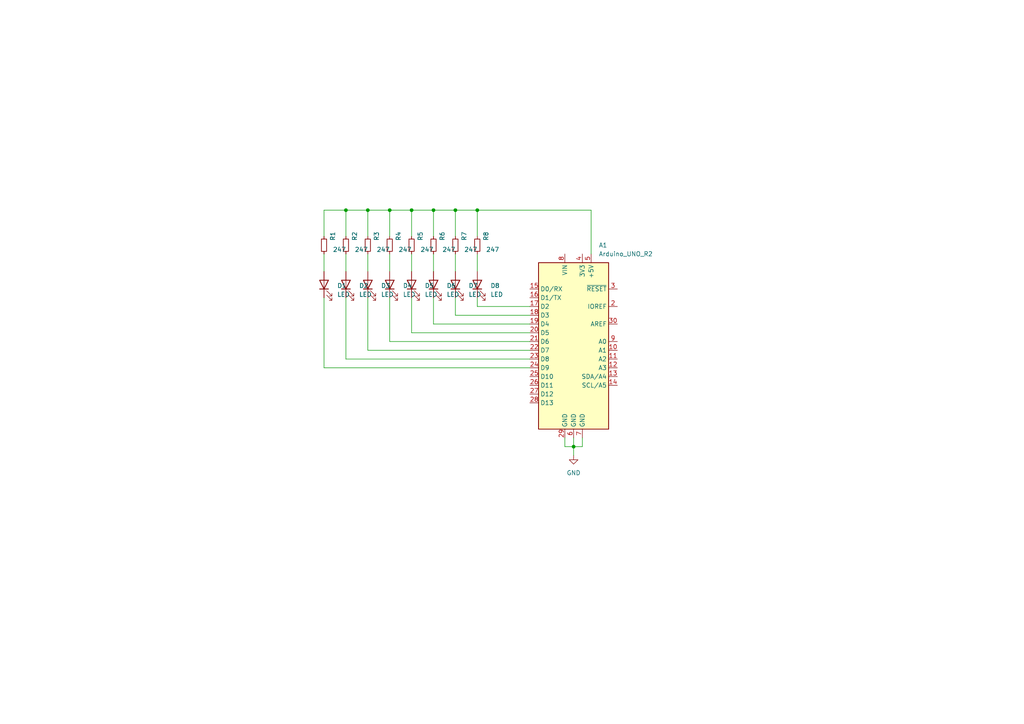
<source format=kicad_sch>
(kicad_sch (version 20230121) (generator eeschema)

  (uuid 6befb3cf-574c-40fd-8391-4253d5c5c033)

  (paper "A4")

  (title_block
    (title "ARDUINO UNO SHIELD")
    (date "2024-01-21")
    (rev "1")
    (company "Nguyen Hong Long - 2151113")
    (comment 1 "HCMC University Of Technology")
  )

  (lib_symbols
    (symbol "Device:LED" (pin_numbers hide) (pin_names (offset 1.016) hide) (in_bom yes) (on_board yes)
      (property "Reference" "D" (at 0 2.54 0)
        (effects (font (size 1.27 1.27)))
      )
      (property "Value" "LED" (at 0 -2.54 0)
        (effects (font (size 1.27 1.27)))
      )
      (property "Footprint" "" (at 0 0 0)
        (effects (font (size 1.27 1.27)) hide)
      )
      (property "Datasheet" "~" (at 0 0 0)
        (effects (font (size 1.27 1.27)) hide)
      )
      (property "ki_keywords" "LED diode" (at 0 0 0)
        (effects (font (size 1.27 1.27)) hide)
      )
      (property "ki_description" "Light emitting diode" (at 0 0 0)
        (effects (font (size 1.27 1.27)) hide)
      )
      (property "ki_fp_filters" "LED* LED_SMD:* LED_THT:*" (at 0 0 0)
        (effects (font (size 1.27 1.27)) hide)
      )
      (symbol "LED_0_1"
        (polyline
          (pts
            (xy -1.27 -1.27)
            (xy -1.27 1.27)
          )
          (stroke (width 0.254) (type default))
          (fill (type none))
        )
        (polyline
          (pts
            (xy -1.27 0)
            (xy 1.27 0)
          )
          (stroke (width 0) (type default))
          (fill (type none))
        )
        (polyline
          (pts
            (xy 1.27 -1.27)
            (xy 1.27 1.27)
            (xy -1.27 0)
            (xy 1.27 -1.27)
          )
          (stroke (width 0.254) (type default))
          (fill (type none))
        )
        (polyline
          (pts
            (xy -3.048 -0.762)
            (xy -4.572 -2.286)
            (xy -3.81 -2.286)
            (xy -4.572 -2.286)
            (xy -4.572 -1.524)
          )
          (stroke (width 0) (type default))
          (fill (type none))
        )
        (polyline
          (pts
            (xy -1.778 -0.762)
            (xy -3.302 -2.286)
            (xy -2.54 -2.286)
            (xy -3.302 -2.286)
            (xy -3.302 -1.524)
          )
          (stroke (width 0) (type default))
          (fill (type none))
        )
      )
      (symbol "LED_1_1"
        (pin passive line (at -3.81 0 0) (length 2.54)
          (name "K" (effects (font (size 1.27 1.27))))
          (number "1" (effects (font (size 1.27 1.27))))
        )
        (pin passive line (at 3.81 0 180) (length 2.54)
          (name "A" (effects (font (size 1.27 1.27))))
          (number "2" (effects (font (size 1.27 1.27))))
        )
      )
    )
    (symbol "Device:R_Small" (pin_numbers hide) (pin_names (offset 0.254) hide) (in_bom yes) (on_board yes)
      (property "Reference" "R" (at 0.762 0.508 0)
        (effects (font (size 1.27 1.27)) (justify left))
      )
      (property "Value" "R_Small" (at 0.762 -1.016 0)
        (effects (font (size 1.27 1.27)) (justify left))
      )
      (property "Footprint" "" (at 0 0 0)
        (effects (font (size 1.27 1.27)) hide)
      )
      (property "Datasheet" "~" (at 0 0 0)
        (effects (font (size 1.27 1.27)) hide)
      )
      (property "ki_keywords" "R resistor" (at 0 0 0)
        (effects (font (size 1.27 1.27)) hide)
      )
      (property "ki_description" "Resistor, small symbol" (at 0 0 0)
        (effects (font (size 1.27 1.27)) hide)
      )
      (property "ki_fp_filters" "R_*" (at 0 0 0)
        (effects (font (size 1.27 1.27)) hide)
      )
      (symbol "R_Small_0_1"
        (rectangle (start -0.762 1.778) (end 0.762 -1.778)
          (stroke (width 0.2032) (type default))
          (fill (type none))
        )
      )
      (symbol "R_Small_1_1"
        (pin passive line (at 0 2.54 270) (length 0.762)
          (name "~" (effects (font (size 1.27 1.27))))
          (number "1" (effects (font (size 1.27 1.27))))
        )
        (pin passive line (at 0 -2.54 90) (length 0.762)
          (name "~" (effects (font (size 1.27 1.27))))
          (number "2" (effects (font (size 1.27 1.27))))
        )
      )
    )
    (symbol "MCU_Module:Arduino_UNO_R2" (in_bom yes) (on_board yes)
      (property "Reference" "A" (at -10.16 23.495 0)
        (effects (font (size 1.27 1.27)) (justify left bottom))
      )
      (property "Value" "Arduino_UNO_R2" (at 5.08 -26.67 0)
        (effects (font (size 1.27 1.27)) (justify left top))
      )
      (property "Footprint" "Module:Arduino_UNO_R2" (at 0 0 0)
        (effects (font (size 1.27 1.27) italic) hide)
      )
      (property "Datasheet" "https://www.arduino.cc/en/Main/arduinoBoardUno" (at 0 0 0)
        (effects (font (size 1.27 1.27)) hide)
      )
      (property "ki_keywords" "Arduino UNO R3 Microcontroller Module Atmel AVR USB" (at 0 0 0)
        (effects (font (size 1.27 1.27)) hide)
      )
      (property "ki_description" "Arduino UNO Microcontroller Module, release 2" (at 0 0 0)
        (effects (font (size 1.27 1.27)) hide)
      )
      (property "ki_fp_filters" "Arduino*UNO*R2*" (at 0 0 0)
        (effects (font (size 1.27 1.27)) hide)
      )
      (symbol "Arduino_UNO_R2_0_1"
        (rectangle (start -10.16 22.86) (end 10.16 -25.4)
          (stroke (width 0.254) (type default))
          (fill (type background))
        )
      )
      (symbol "Arduino_UNO_R2_1_1"
        (pin no_connect line (at -10.16 -20.32 0) (length 2.54) hide
          (name "NC" (effects (font (size 1.27 1.27))))
          (number "1" (effects (font (size 1.27 1.27))))
        )
        (pin bidirectional line (at 12.7 -2.54 180) (length 2.54)
          (name "A1" (effects (font (size 1.27 1.27))))
          (number "10" (effects (font (size 1.27 1.27))))
        )
        (pin bidirectional line (at 12.7 -5.08 180) (length 2.54)
          (name "A2" (effects (font (size 1.27 1.27))))
          (number "11" (effects (font (size 1.27 1.27))))
        )
        (pin bidirectional line (at 12.7 -7.62 180) (length 2.54)
          (name "A3" (effects (font (size 1.27 1.27))))
          (number "12" (effects (font (size 1.27 1.27))))
        )
        (pin bidirectional line (at 12.7 -10.16 180) (length 2.54)
          (name "SDA/A4" (effects (font (size 1.27 1.27))))
          (number "13" (effects (font (size 1.27 1.27))))
        )
        (pin bidirectional line (at 12.7 -12.7 180) (length 2.54)
          (name "SCL/A5" (effects (font (size 1.27 1.27))))
          (number "14" (effects (font (size 1.27 1.27))))
        )
        (pin bidirectional line (at -12.7 15.24 0) (length 2.54)
          (name "D0/RX" (effects (font (size 1.27 1.27))))
          (number "15" (effects (font (size 1.27 1.27))))
        )
        (pin bidirectional line (at -12.7 12.7 0) (length 2.54)
          (name "D1/TX" (effects (font (size 1.27 1.27))))
          (number "16" (effects (font (size 1.27 1.27))))
        )
        (pin bidirectional line (at -12.7 10.16 0) (length 2.54)
          (name "D2" (effects (font (size 1.27 1.27))))
          (number "17" (effects (font (size 1.27 1.27))))
        )
        (pin bidirectional line (at -12.7 7.62 0) (length 2.54)
          (name "D3" (effects (font (size 1.27 1.27))))
          (number "18" (effects (font (size 1.27 1.27))))
        )
        (pin bidirectional line (at -12.7 5.08 0) (length 2.54)
          (name "D4" (effects (font (size 1.27 1.27))))
          (number "19" (effects (font (size 1.27 1.27))))
        )
        (pin output line (at 12.7 10.16 180) (length 2.54)
          (name "IOREF" (effects (font (size 1.27 1.27))))
          (number "2" (effects (font (size 1.27 1.27))))
        )
        (pin bidirectional line (at -12.7 2.54 0) (length 2.54)
          (name "D5" (effects (font (size 1.27 1.27))))
          (number "20" (effects (font (size 1.27 1.27))))
        )
        (pin bidirectional line (at -12.7 0 0) (length 2.54)
          (name "D6" (effects (font (size 1.27 1.27))))
          (number "21" (effects (font (size 1.27 1.27))))
        )
        (pin bidirectional line (at -12.7 -2.54 0) (length 2.54)
          (name "D7" (effects (font (size 1.27 1.27))))
          (number "22" (effects (font (size 1.27 1.27))))
        )
        (pin bidirectional line (at -12.7 -5.08 0) (length 2.54)
          (name "D8" (effects (font (size 1.27 1.27))))
          (number "23" (effects (font (size 1.27 1.27))))
        )
        (pin bidirectional line (at -12.7 -7.62 0) (length 2.54)
          (name "D9" (effects (font (size 1.27 1.27))))
          (number "24" (effects (font (size 1.27 1.27))))
        )
        (pin bidirectional line (at -12.7 -10.16 0) (length 2.54)
          (name "D10" (effects (font (size 1.27 1.27))))
          (number "25" (effects (font (size 1.27 1.27))))
        )
        (pin bidirectional line (at -12.7 -12.7 0) (length 2.54)
          (name "D11" (effects (font (size 1.27 1.27))))
          (number "26" (effects (font (size 1.27 1.27))))
        )
        (pin bidirectional line (at -12.7 -15.24 0) (length 2.54)
          (name "D12" (effects (font (size 1.27 1.27))))
          (number "27" (effects (font (size 1.27 1.27))))
        )
        (pin bidirectional line (at -12.7 -17.78 0) (length 2.54)
          (name "D13" (effects (font (size 1.27 1.27))))
          (number "28" (effects (font (size 1.27 1.27))))
        )
        (pin power_in line (at -2.54 -27.94 90) (length 2.54)
          (name "GND" (effects (font (size 1.27 1.27))))
          (number "29" (effects (font (size 1.27 1.27))))
        )
        (pin input line (at 12.7 15.24 180) (length 2.54)
          (name "~{RESET}" (effects (font (size 1.27 1.27))))
          (number "3" (effects (font (size 1.27 1.27))))
        )
        (pin input line (at 12.7 5.08 180) (length 2.54)
          (name "AREF" (effects (font (size 1.27 1.27))))
          (number "30" (effects (font (size 1.27 1.27))))
        )
        (pin power_out line (at 2.54 25.4 270) (length 2.54)
          (name "3V3" (effects (font (size 1.27 1.27))))
          (number "4" (effects (font (size 1.27 1.27))))
        )
        (pin power_out line (at 5.08 25.4 270) (length 2.54)
          (name "+5V" (effects (font (size 1.27 1.27))))
          (number "5" (effects (font (size 1.27 1.27))))
        )
        (pin power_in line (at 0 -27.94 90) (length 2.54)
          (name "GND" (effects (font (size 1.27 1.27))))
          (number "6" (effects (font (size 1.27 1.27))))
        )
        (pin power_in line (at 2.54 -27.94 90) (length 2.54)
          (name "GND" (effects (font (size 1.27 1.27))))
          (number "7" (effects (font (size 1.27 1.27))))
        )
        (pin power_in line (at -2.54 25.4 270) (length 2.54)
          (name "VIN" (effects (font (size 1.27 1.27))))
          (number "8" (effects (font (size 1.27 1.27))))
        )
        (pin bidirectional line (at 12.7 0 180) (length 2.54)
          (name "A0" (effects (font (size 1.27 1.27))))
          (number "9" (effects (font (size 1.27 1.27))))
        )
      )
    )
    (symbol "power:GND" (power) (pin_names (offset 0)) (in_bom yes) (on_board yes)
      (property "Reference" "#PWR" (at 0 -6.35 0)
        (effects (font (size 1.27 1.27)) hide)
      )
      (property "Value" "GND" (at 0 -3.81 0)
        (effects (font (size 1.27 1.27)))
      )
      (property "Footprint" "" (at 0 0 0)
        (effects (font (size 1.27 1.27)) hide)
      )
      (property "Datasheet" "" (at 0 0 0)
        (effects (font (size 1.27 1.27)) hide)
      )
      (property "ki_keywords" "global power" (at 0 0 0)
        (effects (font (size 1.27 1.27)) hide)
      )
      (property "ki_description" "Power symbol creates a global label with name \"GND\" , ground" (at 0 0 0)
        (effects (font (size 1.27 1.27)) hide)
      )
      (symbol "GND_0_1"
        (polyline
          (pts
            (xy 0 0)
            (xy 0 -1.27)
            (xy 1.27 -1.27)
            (xy 0 -2.54)
            (xy -1.27 -1.27)
            (xy 0 -1.27)
          )
          (stroke (width 0) (type default))
          (fill (type none))
        )
      )
      (symbol "GND_1_1"
        (pin power_in line (at 0 0 270) (length 0) hide
          (name "GND" (effects (font (size 1.27 1.27))))
          (number "1" (effects (font (size 1.27 1.27))))
        )
      )
    )
  )

  (junction (at 113.03 60.96) (diameter 0) (color 0 0 0 0)
    (uuid 01d3f844-9059-4e70-a623-563238847c00)
  )
  (junction (at 125.73 60.96) (diameter 0) (color 0 0 0 0)
    (uuid 07e137c4-0f3e-4750-bffe-1dd915984d03)
  )
  (junction (at 100.33 60.96) (diameter 0) (color 0 0 0 0)
    (uuid 14b5fdfc-a639-4c98-8928-560bc2ee1e57)
  )
  (junction (at 106.68 60.96) (diameter 0) (color 0 0 0 0)
    (uuid 1ced0ada-2f16-46fa-9d83-bffff6df40a4)
  )
  (junction (at 119.38 60.96) (diameter 0) (color 0 0 0 0)
    (uuid 49e49bb1-4ea6-4dee-b478-337500ac7ad5)
  )
  (junction (at 132.08 60.96) (diameter 0) (color 0 0 0 0)
    (uuid 56e97bc5-24e8-415a-8cdb-d7ccced0ddab)
  )
  (junction (at 138.43 60.96) (diameter 0) (color 0 0 0 0)
    (uuid a9980539-cd83-42fb-9d6a-72e1ec59bd0b)
  )
  (junction (at 166.37 129.54) (diameter 0) (color 0 0 0 0)
    (uuid e587c681-e6b3-498a-a434-48871c03f19a)
  )

  (wire (pts (xy 113.03 60.96) (xy 119.38 60.96))
    (stroke (width 0) (type default))
    (uuid 01c9455b-b501-4489-b741-e2644838e546)
  )
  (wire (pts (xy 138.43 88.9) (xy 153.67 88.9))
    (stroke (width 0) (type default))
    (uuid 02de3a22-a1a0-4537-a920-e0ff8463009a)
  )
  (wire (pts (xy 119.38 73.66) (xy 119.38 78.74))
    (stroke (width 0) (type default))
    (uuid 038a2d23-ac60-4e49-ac55-f3ac66d49a86)
  )
  (wire (pts (xy 113.03 73.66) (xy 113.03 78.74))
    (stroke (width 0) (type default))
    (uuid 10892a9f-c495-424c-8620-2021ba39d764)
  )
  (wire (pts (xy 93.98 86.36) (xy 93.98 106.68))
    (stroke (width 0) (type default))
    (uuid 12d6eb9d-788b-45c3-8258-a59cefccc331)
  )
  (wire (pts (xy 93.98 60.96) (xy 100.33 60.96))
    (stroke (width 0) (type default))
    (uuid 1394586a-8aff-4565-9725-a9e32d708f9d)
  )
  (wire (pts (xy 106.68 60.96) (xy 106.68 68.58))
    (stroke (width 0) (type default))
    (uuid 1845bd34-b13b-459c-b63a-4c1d30bbc602)
  )
  (wire (pts (xy 119.38 60.96) (xy 119.38 68.58))
    (stroke (width 0) (type default))
    (uuid 195d2037-780b-4468-9236-e08d4ca8c1d1)
  )
  (wire (pts (xy 100.33 104.14) (xy 153.67 104.14))
    (stroke (width 0) (type default))
    (uuid 19966591-9f8f-4970-9c7b-cd390813a14e)
  )
  (wire (pts (xy 93.98 68.58) (xy 93.98 60.96))
    (stroke (width 0) (type default))
    (uuid 1bbaa023-bece-444b-8c6c-47f8ecb09ad4)
  )
  (wire (pts (xy 125.73 73.66) (xy 125.73 78.74))
    (stroke (width 0) (type default))
    (uuid 1cd27aa9-ffdf-482e-a877-95b71697292e)
  )
  (wire (pts (xy 113.03 60.96) (xy 113.03 68.58))
    (stroke (width 0) (type default))
    (uuid 20bff0f7-a666-4737-af99-5a15468dbf8e)
  )
  (wire (pts (xy 93.98 73.66) (xy 93.98 78.74))
    (stroke (width 0) (type default))
    (uuid 23e7dc30-dac3-4bee-b735-92279bdc6110)
  )
  (wire (pts (xy 132.08 86.36) (xy 132.08 91.44))
    (stroke (width 0) (type default))
    (uuid 24b0cfb3-6991-4ee0-820f-28dfc4ef42b2)
  )
  (wire (pts (xy 93.98 106.68) (xy 153.67 106.68))
    (stroke (width 0) (type default))
    (uuid 27695b8c-2af7-4332-bc32-0d5515f85e27)
  )
  (wire (pts (xy 106.68 101.6) (xy 153.67 101.6))
    (stroke (width 0) (type default))
    (uuid 2cdaf0ee-8471-40f3-a0fa-edf08db441ba)
  )
  (wire (pts (xy 125.73 60.96) (xy 125.73 68.58))
    (stroke (width 0) (type default))
    (uuid 41a2163e-6d6b-4c82-b359-4885729decc3)
  )
  (wire (pts (xy 100.33 86.36) (xy 100.33 104.14))
    (stroke (width 0) (type default))
    (uuid 43895ed0-4dec-4739-8a07-1685a8b70791)
  )
  (wire (pts (xy 132.08 60.96) (xy 138.43 60.96))
    (stroke (width 0) (type default))
    (uuid 43b8ff8f-5956-4a66-8e3d-1bcab2bf40d0)
  )
  (wire (pts (xy 106.68 73.66) (xy 106.68 78.74))
    (stroke (width 0) (type default))
    (uuid 4b16eadd-3a7e-462e-9701-70d2dec855d8)
  )
  (wire (pts (xy 113.03 99.06) (xy 153.67 99.06))
    (stroke (width 0) (type default))
    (uuid 54b2ee60-dd4f-4e7b-ad93-0ceac6118064)
  )
  (wire (pts (xy 132.08 60.96) (xy 132.08 68.58))
    (stroke (width 0) (type default))
    (uuid 5ca91390-2f1a-4c69-a9f9-8afb49fdfcaf)
  )
  (wire (pts (xy 132.08 73.66) (xy 132.08 78.74))
    (stroke (width 0) (type default))
    (uuid 60a211cb-971f-45b2-a1fb-87cee8a3ed6c)
  )
  (wire (pts (xy 106.68 86.36) (xy 106.68 101.6))
    (stroke (width 0) (type default))
    (uuid 6a5158f7-039b-400f-8d48-6bd8b7b2c323)
  )
  (wire (pts (xy 113.03 86.36) (xy 113.03 99.06))
    (stroke (width 0) (type default))
    (uuid 6eaae8a2-d1a4-4a97-8252-b70c911b93fb)
  )
  (wire (pts (xy 125.73 86.36) (xy 125.73 93.98))
    (stroke (width 0) (type default))
    (uuid 7f62c80f-08e7-4944-b211-5e6b7591d0f1)
  )
  (wire (pts (xy 138.43 60.96) (xy 171.45 60.96))
    (stroke (width 0) (type default))
    (uuid 84abe3a2-300d-447b-b2a1-7ab4d4fed85b)
  )
  (wire (pts (xy 132.08 91.44) (xy 153.67 91.44))
    (stroke (width 0) (type default))
    (uuid 88e25eeb-1e60-4bad-9e5c-5778b56c6217)
  )
  (wire (pts (xy 138.43 73.66) (xy 138.43 78.74))
    (stroke (width 0) (type default))
    (uuid 897d7c49-a872-4b75-9c6f-eb1f30b05e4d)
  )
  (wire (pts (xy 171.45 60.96) (xy 171.45 73.66))
    (stroke (width 0) (type default))
    (uuid 98caa43c-92e4-4918-90f2-5fb729926fa0)
  )
  (wire (pts (xy 166.37 127) (xy 166.37 129.54))
    (stroke (width 0) (type default))
    (uuid 9b4205d8-ae84-42d7-af75-5824cdf360e4)
  )
  (wire (pts (xy 138.43 60.96) (xy 138.43 68.58))
    (stroke (width 0) (type default))
    (uuid a2c0ff05-6bd4-4d47-8fb0-b680401ef68d)
  )
  (wire (pts (xy 163.83 127) (xy 163.83 129.54))
    (stroke (width 0) (type default))
    (uuid b07aa85f-c8f9-4583-aa87-bf1c15e72067)
  )
  (wire (pts (xy 166.37 129.54) (xy 166.37 132.08))
    (stroke (width 0) (type default))
    (uuid b1580d02-5e7d-4498-9e18-a4f401c7ac07)
  )
  (wire (pts (xy 168.91 127) (xy 168.91 129.54))
    (stroke (width 0) (type default))
    (uuid bdd88bfc-5b83-4144-967b-666bf3b0028c)
  )
  (wire (pts (xy 163.83 129.54) (xy 166.37 129.54))
    (stroke (width 0) (type default))
    (uuid c9ee6419-33fe-4475-8d55-fc694ae42d64)
  )
  (wire (pts (xy 168.91 129.54) (xy 166.37 129.54))
    (stroke (width 0) (type default))
    (uuid cb987cbb-6665-440e-8eca-c6140300149d)
  )
  (wire (pts (xy 119.38 96.52) (xy 153.67 96.52))
    (stroke (width 0) (type default))
    (uuid d8227278-7ce6-42cd-b2b1-e946c55e66e8)
  )
  (wire (pts (xy 138.43 86.36) (xy 138.43 88.9))
    (stroke (width 0) (type default))
    (uuid d8bdf031-9e33-42c9-8df4-26461b0994b6)
  )
  (wire (pts (xy 100.33 60.96) (xy 106.68 60.96))
    (stroke (width 0) (type default))
    (uuid e2b48644-d80b-4c98-971a-f6b0ed067689)
  )
  (wire (pts (xy 100.33 60.96) (xy 100.33 68.58))
    (stroke (width 0) (type default))
    (uuid e631eccb-c290-4fc8-88c4-9607ad3994f0)
  )
  (wire (pts (xy 119.38 86.36) (xy 119.38 96.52))
    (stroke (width 0) (type default))
    (uuid f04ffd91-1914-431a-a157-8ffa04fda882)
  )
  (wire (pts (xy 125.73 93.98) (xy 153.67 93.98))
    (stroke (width 0) (type default))
    (uuid f222d4eb-4ce3-4806-87d2-233e25681214)
  )
  (wire (pts (xy 125.73 60.96) (xy 132.08 60.96))
    (stroke (width 0) (type default))
    (uuid f51d808f-6dbd-4fac-a68d-29aa2518056e)
  )
  (wire (pts (xy 106.68 60.96) (xy 113.03 60.96))
    (stroke (width 0) (type default))
    (uuid f6421aa8-f441-4a1e-a404-580631811bf3)
  )
  (wire (pts (xy 100.33 73.66) (xy 100.33 78.74))
    (stroke (width 0) (type default))
    (uuid f6ff14ab-29ee-4006-a597-dcfefdb83e1b)
  )
  (wire (pts (xy 119.38 60.96) (xy 125.73 60.96))
    (stroke (width 0) (type default))
    (uuid f88a85c2-a7ca-491e-968f-26e8f4a704d3)
  )

  (symbol (lib_id "Device:R_Small") (at 125.73 71.12 0) (unit 1)
    (in_bom yes) (on_board yes) (dnp no)
    (uuid 0bbead15-f0b5-4cb2-a821-b5504ccb87c8)
    (property "Reference" "R6" (at 128.27 69.85 90)
      (effects (font (size 1.27 1.27)) (justify left))
    )
    (property "Value" "247" (at 128.27 72.39 0)
      (effects (font (size 1.27 1.27)) (justify left))
    )
    (property "Footprint" "Resistor_SMD:R_0603_1608Metric" (at 125.73 71.12 0)
      (effects (font (size 1.27 1.27)) hide)
    )
    (property "Datasheet" "~" (at 125.73 71.12 0)
      (effects (font (size 1.27 1.27)) hide)
    )
    (pin "2" (uuid 6f6ffad2-74dd-4554-b453-585e65429baf))
    (pin "1" (uuid c94884af-97ba-42e6-8ea2-3dd365af102e))
    (instances
      (project "arduino uno shield"
        (path "/6befb3cf-574c-40fd-8391-4253d5c5c033"
          (reference "R6") (unit 1)
        )
      )
    )
  )

  (symbol (lib_id "Device:LED") (at 113.03 82.55 90) (unit 1)
    (in_bom yes) (on_board yes) (dnp no) (fields_autoplaced)
    (uuid 189a5d49-b132-4b62-a915-f8db99c2640d)
    (property "Reference" "D4" (at 116.84 82.8675 90)
      (effects (font (size 1.27 1.27)) (justify right))
    )
    (property "Value" "LED" (at 116.84 85.4075 90)
      (effects (font (size 1.27 1.27)) (justify right))
    )
    (property "Footprint" "LED_SMD:LED_0805_2012Metric" (at 113.03 82.55 0)
      (effects (font (size 1.27 1.27)) hide)
    )
    (property "Datasheet" "~" (at 113.03 82.55 0)
      (effects (font (size 1.27 1.27)) hide)
    )
    (pin "1" (uuid 6da5fa17-883c-4ab2-936e-b377fd74e011))
    (pin "2" (uuid 0cf7a5db-ca71-4873-a29b-028007e4d26f))
    (instances
      (project "arduino uno shield"
        (path "/6befb3cf-574c-40fd-8391-4253d5c5c033"
          (reference "D4") (unit 1)
        )
      )
    )
  )

  (symbol (lib_id "Device:R_Small") (at 119.38 71.12 0) (unit 1)
    (in_bom yes) (on_board yes) (dnp no)
    (uuid 19e5c89f-ff3a-4125-b4fa-7e7dd95e4fd3)
    (property "Reference" "R5" (at 121.92 69.85 90)
      (effects (font (size 1.27 1.27)) (justify left))
    )
    (property "Value" "247" (at 121.92 72.39 0)
      (effects (font (size 1.27 1.27)) (justify left))
    )
    (property "Footprint" "Resistor_SMD:R_0603_1608Metric" (at 119.38 71.12 0)
      (effects (font (size 1.27 1.27)) hide)
    )
    (property "Datasheet" "~" (at 119.38 71.12 0)
      (effects (font (size 1.27 1.27)) hide)
    )
    (pin "2" (uuid 402bb793-5086-4908-b7c4-9ddd487cd820))
    (pin "1" (uuid edc461c4-2d15-4a9e-8676-ceac38378b0b))
    (instances
      (project "arduino uno shield"
        (path "/6befb3cf-574c-40fd-8391-4253d5c5c033"
          (reference "R5") (unit 1)
        )
      )
    )
  )

  (symbol (lib_id "Device:R_Small") (at 132.08 71.12 0) (unit 1)
    (in_bom yes) (on_board yes) (dnp no)
    (uuid 287ae433-5e70-413e-a96d-229e1f144b67)
    (property "Reference" "R7" (at 134.62 69.85 90)
      (effects (font (size 1.27 1.27)) (justify left))
    )
    (property "Value" "247" (at 134.62 72.39 0)
      (effects (font (size 1.27 1.27)) (justify left))
    )
    (property "Footprint" "Resistor_SMD:R_0603_1608Metric" (at 132.08 71.12 0)
      (effects (font (size 1.27 1.27)) hide)
    )
    (property "Datasheet" "~" (at 132.08 71.12 0)
      (effects (font (size 1.27 1.27)) hide)
    )
    (pin "2" (uuid abd1aaba-c35a-4a34-b44a-06c46be9216f))
    (pin "1" (uuid bd17fb10-a470-4b12-b4cd-259022a8a0cf))
    (instances
      (project "arduino uno shield"
        (path "/6befb3cf-574c-40fd-8391-4253d5c5c033"
          (reference "R7") (unit 1)
        )
      )
    )
  )

  (symbol (lib_id "Device:R_Small") (at 106.68 71.12 0) (unit 1)
    (in_bom yes) (on_board yes) (dnp no)
    (uuid 4d36b143-bca2-47e8-a642-ad8ee15f7a09)
    (property "Reference" "R3" (at 109.22 69.85 90)
      (effects (font (size 1.27 1.27)) (justify left))
    )
    (property "Value" "247" (at 109.22 72.39 0)
      (effects (font (size 1.27 1.27)) (justify left))
    )
    (property "Footprint" "Resistor_SMD:R_0603_1608Metric" (at 106.68 71.12 0)
      (effects (font (size 1.27 1.27)) hide)
    )
    (property "Datasheet" "~" (at 106.68 71.12 0)
      (effects (font (size 1.27 1.27)) hide)
    )
    (pin "2" (uuid f421fa69-2bfb-4958-8fb4-6e22012e9964))
    (pin "1" (uuid 029488ca-9941-4108-ac92-6083b1301eb6))
    (instances
      (project "arduino uno shield"
        (path "/6befb3cf-574c-40fd-8391-4253d5c5c033"
          (reference "R3") (unit 1)
        )
      )
    )
  )

  (symbol (lib_id "Device:LED") (at 106.68 82.55 90) (unit 1)
    (in_bom yes) (on_board yes) (dnp no) (fields_autoplaced)
    (uuid 5153f5e5-3a13-450f-aeaa-918cf721605a)
    (property "Reference" "D3" (at 110.49 82.8675 90)
      (effects (font (size 1.27 1.27)) (justify right))
    )
    (property "Value" "LED" (at 110.49 85.4075 90)
      (effects (font (size 1.27 1.27)) (justify right))
    )
    (property "Footprint" "LED_SMD:LED_0805_2012Metric" (at 106.68 82.55 0)
      (effects (font (size 1.27 1.27)) hide)
    )
    (property "Datasheet" "~" (at 106.68 82.55 0)
      (effects (font (size 1.27 1.27)) hide)
    )
    (pin "1" (uuid 3d43753c-7be7-41f6-ba25-5165801341c4))
    (pin "2" (uuid 68a5c655-571a-46f2-a15e-aa79bad621d6))
    (instances
      (project "arduino uno shield"
        (path "/6befb3cf-574c-40fd-8391-4253d5c5c033"
          (reference "D3") (unit 1)
        )
      )
    )
  )

  (symbol (lib_id "Device:R_Small") (at 100.33 71.12 0) (unit 1)
    (in_bom yes) (on_board yes) (dnp no)
    (uuid 69ae72ef-6d91-489f-8b98-0478b92bc716)
    (property "Reference" "R2" (at 102.87 69.85 90)
      (effects (font (size 1.27 1.27)) (justify left))
    )
    (property "Value" "247" (at 102.87 72.39 0)
      (effects (font (size 1.27 1.27)) (justify left))
    )
    (property "Footprint" "Resistor_SMD:R_0603_1608Metric" (at 100.33 71.12 0)
      (effects (font (size 1.27 1.27)) hide)
    )
    (property "Datasheet" "~" (at 100.33 71.12 0)
      (effects (font (size 1.27 1.27)) hide)
    )
    (pin "2" (uuid e668055c-2ab2-40fc-a173-aa82425ca2e0))
    (pin "1" (uuid ec59716c-ecd8-42b3-b35a-cbc2355b3197))
    (instances
      (project "arduino uno shield"
        (path "/6befb3cf-574c-40fd-8391-4253d5c5c033"
          (reference "R2") (unit 1)
        )
      )
    )
  )

  (symbol (lib_id "MCU_Module:Arduino_UNO_R2") (at 166.37 99.06 0) (unit 1)
    (in_bom yes) (on_board yes) (dnp no) (fields_autoplaced)
    (uuid 69b2a0f2-3055-4cf3-b148-3dd57487882c)
    (property "Reference" "A1" (at 173.6441 71.12 0)
      (effects (font (size 1.27 1.27)) (justify left))
    )
    (property "Value" "Arduino_UNO_R2" (at 173.6441 73.66 0)
      (effects (font (size 1.27 1.27)) (justify left))
    )
    (property "Footprint" "Module:Arduino_UNO_R2" (at 166.37 99.06 0)
      (effects (font (size 1.27 1.27) italic) hide)
    )
    (property "Datasheet" "https://www.arduino.cc/en/Main/arduinoBoardUno" (at 166.37 99.06 0)
      (effects (font (size 1.27 1.27)) hide)
    )
    (pin "6" (uuid 358fd869-a558-4b78-9a44-056d2b0bd20e))
    (pin "8" (uuid c1626816-e67c-4e25-b35b-bf38ae22ce2d))
    (pin "20" (uuid 0a1cb9ce-0b88-42df-91be-dea7992323ec))
    (pin "22" (uuid e4cc305a-f6bd-4a0a-8a37-7bb0ee72cc3e))
    (pin "14" (uuid e13bc7d2-b8f0-46e2-abde-7348dcd4ab27))
    (pin "21" (uuid 364bf784-4e2b-4c96-be6b-c1e21ff282ba))
    (pin "28" (uuid 605c7f98-9af5-4c9a-a62f-27b6949f259f))
    (pin "3" (uuid 735c5cc5-1028-4777-be12-9baf0b36cf09))
    (pin "9" (uuid 9dafd374-0005-481e-a90c-c7847d008dde))
    (pin "17" (uuid d8ca94d3-32cc-4abe-b8b9-1194c39782d5))
    (pin "7" (uuid 65a30b30-9a71-4284-941e-6c50b8456f24))
    (pin "1" (uuid b826013c-ca26-44f9-8f4e-4e7a9bfb509b))
    (pin "27" (uuid 772b5628-ce0e-43ba-ba63-102588ff178c))
    (pin "26" (uuid a8419439-0fe9-483d-8247-f2a6b50d3a30))
    (pin "11" (uuid c77f89a3-4e2d-44a2-a3e4-8e1a452cdd32))
    (pin "5" (uuid 1da29c01-6cbf-4c6d-bb05-c465c3ee0bcd))
    (pin "16" (uuid fff6ae3e-f11d-4a5f-ab1f-d17eed0ac0b0))
    (pin "19" (uuid 38add609-eaa2-463a-8229-8be1824cd247))
    (pin "30" (uuid 24073b1f-ef54-496e-8622-130bdd379091))
    (pin "15" (uuid 4bf77d7d-fa10-403c-9f2d-df85b46ce7b5))
    (pin "10" (uuid 9d86eb37-a09c-49c1-a743-a0c64c688dfd))
    (pin "13" (uuid c11f5d39-6f6d-4928-a59d-715a6302040b))
    (pin "18" (uuid 08356976-562a-4d51-b8f1-2974c47ae86b))
    (pin "29" (uuid 27f7ac79-86b2-41b9-85d6-c3c377d49fed))
    (pin "4" (uuid d5bb0e3e-c6a5-49cf-b9fe-957bccffc4bd))
    (pin "23" (uuid 4f2cd984-7a47-4f8a-bd5b-5653af389936))
    (pin "24" (uuid 0e9b0746-a91c-4531-a0e1-605fd2696199))
    (pin "2" (uuid dd8bf355-83a6-4b8f-bc20-04674a9a993a))
    (pin "12" (uuid 3274c267-9201-494a-8fb1-9697fd21afe3))
    (pin "25" (uuid 8da97068-dda3-461b-beab-3c36af966995))
    (instances
      (project "arduino uno shield"
        (path "/6befb3cf-574c-40fd-8391-4253d5c5c033"
          (reference "A1") (unit 1)
        )
      )
    )
  )

  (symbol (lib_id "Device:LED") (at 132.08 82.55 90) (unit 1)
    (in_bom yes) (on_board yes) (dnp no) (fields_autoplaced)
    (uuid 8dc59e87-87cc-4304-bd7c-d754d6b485b6)
    (property "Reference" "D7" (at 135.89 82.8675 90)
      (effects (font (size 1.27 1.27)) (justify right))
    )
    (property "Value" "LED" (at 135.89 85.4075 90)
      (effects (font (size 1.27 1.27)) (justify right))
    )
    (property "Footprint" "LED_SMD:LED_0805_2012Metric" (at 132.08 82.55 0)
      (effects (font (size 1.27 1.27)) hide)
    )
    (property "Datasheet" "~" (at 132.08 82.55 0)
      (effects (font (size 1.27 1.27)) hide)
    )
    (pin "1" (uuid 44266ea3-b094-4ced-9d5f-ecd3a31ada75))
    (pin "2" (uuid e73bf15f-0cc1-40b7-9d70-943b98696c18))
    (instances
      (project "arduino uno shield"
        (path "/6befb3cf-574c-40fd-8391-4253d5c5c033"
          (reference "D7") (unit 1)
        )
      )
    )
  )

  (symbol (lib_id "Device:LED") (at 100.33 82.55 90) (unit 1)
    (in_bom yes) (on_board yes) (dnp no) (fields_autoplaced)
    (uuid cb2f2192-c770-47e1-8faf-0e66ca07ca2e)
    (property "Reference" "D2" (at 104.14 82.8675 90)
      (effects (font (size 1.27 1.27)) (justify right))
    )
    (property "Value" "LED" (at 104.14 85.4075 90)
      (effects (font (size 1.27 1.27)) (justify right))
    )
    (property "Footprint" "LED_SMD:LED_0805_2012Metric" (at 100.33 82.55 0)
      (effects (font (size 1.27 1.27)) hide)
    )
    (property "Datasheet" "~" (at 100.33 82.55 0)
      (effects (font (size 1.27 1.27)) hide)
    )
    (pin "1" (uuid 68a95d46-a0d9-4e7e-b044-0717b8076498))
    (pin "2" (uuid feffcd0a-841a-4713-9516-5010d8475363))
    (instances
      (project "arduino uno shield"
        (path "/6befb3cf-574c-40fd-8391-4253d5c5c033"
          (reference "D2") (unit 1)
        )
      )
    )
  )

  (symbol (lib_id "Device:R_Small") (at 138.43 71.12 0) (unit 1)
    (in_bom yes) (on_board yes) (dnp no)
    (uuid ce52bb7b-009a-40c7-abd4-0c41c2c81cc2)
    (property "Reference" "R8" (at 140.97 69.85 90)
      (effects (font (size 1.27 1.27)) (justify left))
    )
    (property "Value" "247" (at 140.97 72.39 0)
      (effects (font (size 1.27 1.27)) (justify left))
    )
    (property "Footprint" "Resistor_SMD:R_0603_1608Metric" (at 138.43 71.12 0)
      (effects (font (size 1.27 1.27)) hide)
    )
    (property "Datasheet" "~" (at 138.43 71.12 0)
      (effects (font (size 1.27 1.27)) hide)
    )
    (pin "2" (uuid 625a211f-be01-4909-a465-ac1eb3cd70c3))
    (pin "1" (uuid c2fab05d-a409-477c-98f8-d3966efaece1))
    (instances
      (project "arduino uno shield"
        (path "/6befb3cf-574c-40fd-8391-4253d5c5c033"
          (reference "R8") (unit 1)
        )
      )
    )
  )

  (symbol (lib_id "Device:R_Small") (at 93.98 71.12 0) (unit 1)
    (in_bom yes) (on_board yes) (dnp no)
    (uuid d6cdb744-6a52-4b4b-a88a-2c7ff2b2e02c)
    (property "Reference" "R1" (at 96.52 69.85 90)
      (effects (font (size 1.27 1.27)) (justify left))
    )
    (property "Value" "247" (at 96.52 72.39 0)
      (effects (font (size 1.27 1.27)) (justify left))
    )
    (property "Footprint" "Resistor_SMD:R_0603_1608Metric" (at 93.98 71.12 0)
      (effects (font (size 1.27 1.27)) hide)
    )
    (property "Datasheet" "~" (at 93.98 71.12 0)
      (effects (font (size 1.27 1.27)) hide)
    )
    (pin "2" (uuid 2da8268b-b32f-43ae-aa0c-9d4581e80fc5))
    (pin "1" (uuid c3cc2f6c-6b84-4c6c-8d65-823ee78181b8))
    (instances
      (project "arduino uno shield"
        (path "/6befb3cf-574c-40fd-8391-4253d5c5c033"
          (reference "R1") (unit 1)
        )
      )
    )
  )

  (symbol (lib_id "Device:LED") (at 125.73 82.55 90) (unit 1)
    (in_bom yes) (on_board yes) (dnp no) (fields_autoplaced)
    (uuid dd5b3d08-cc99-469b-b437-826a70ab52d0)
    (property "Reference" "D6" (at 129.54 82.8675 90)
      (effects (font (size 1.27 1.27)) (justify right))
    )
    (property "Value" "LED" (at 129.54 85.4075 90)
      (effects (font (size 1.27 1.27)) (justify right))
    )
    (property "Footprint" "LED_SMD:LED_0805_2012Metric" (at 125.73 82.55 0)
      (effects (font (size 1.27 1.27)) hide)
    )
    (property "Datasheet" "~" (at 125.73 82.55 0)
      (effects (font (size 1.27 1.27)) hide)
    )
    (pin "1" (uuid ea375e4c-c20f-429d-8b36-8414d482ba64))
    (pin "2" (uuid a4fbb607-0499-4a85-8473-c2e564c67b04))
    (instances
      (project "arduino uno shield"
        (path "/6befb3cf-574c-40fd-8391-4253d5c5c033"
          (reference "D6") (unit 1)
        )
      )
    )
  )

  (symbol (lib_id "Device:LED") (at 119.38 82.55 90) (unit 1)
    (in_bom yes) (on_board yes) (dnp no) (fields_autoplaced)
    (uuid ddfd825a-0be6-46f0-ad2c-ac482e746aec)
    (property "Reference" "D5" (at 123.19 82.8675 90)
      (effects (font (size 1.27 1.27)) (justify right))
    )
    (property "Value" "LED" (at 123.19 85.4075 90)
      (effects (font (size 1.27 1.27)) (justify right))
    )
    (property "Footprint" "LED_SMD:LED_0805_2012Metric" (at 119.38 82.55 0)
      (effects (font (size 1.27 1.27)) hide)
    )
    (property "Datasheet" "~" (at 119.38 82.55 0)
      (effects (font (size 1.27 1.27)) hide)
    )
    (pin "1" (uuid 0aa5fad9-a21a-4862-86b6-2c4475cfff9b))
    (pin "2" (uuid 7463587c-6667-441e-99d9-cbb0fc48a59b))
    (instances
      (project "arduino uno shield"
        (path "/6befb3cf-574c-40fd-8391-4253d5c5c033"
          (reference "D5") (unit 1)
        )
      )
    )
  )

  (symbol (lib_id "power:GND") (at 166.37 132.08 0) (unit 1)
    (in_bom yes) (on_board yes) (dnp no) (fields_autoplaced)
    (uuid eba0ff96-cc0e-4fb0-8b0b-ee5d0cab7ea8)
    (property "Reference" "#PWR01" (at 166.37 138.43 0)
      (effects (font (size 1.27 1.27)) hide)
    )
    (property "Value" "GND" (at 166.37 137.16 0)
      (effects (font (size 1.27 1.27)))
    )
    (property "Footprint" "" (at 166.37 132.08 0)
      (effects (font (size 1.27 1.27)) hide)
    )
    (property "Datasheet" "" (at 166.37 132.08 0)
      (effects (font (size 1.27 1.27)) hide)
    )
    (pin "1" (uuid 895e6006-f45a-47f7-8af7-140aabbab585))
    (instances
      (project "arduino uno shield"
        (path "/6befb3cf-574c-40fd-8391-4253d5c5c033"
          (reference "#PWR01") (unit 1)
        )
      )
    )
  )

  (symbol (lib_id "Device:R_Small") (at 113.03 71.12 0) (unit 1)
    (in_bom yes) (on_board yes) (dnp no)
    (uuid eef2f620-03e2-4b58-adca-56569e48b202)
    (property "Reference" "R4" (at 115.57 69.85 90)
      (effects (font (size 1.27 1.27)) (justify left))
    )
    (property "Value" "247" (at 115.57 72.39 0)
      (effects (font (size 1.27 1.27)) (justify left))
    )
    (property "Footprint" "Resistor_SMD:R_0603_1608Metric" (at 113.03 71.12 0)
      (effects (font (size 1.27 1.27)) hide)
    )
    (property "Datasheet" "~" (at 113.03 71.12 0)
      (effects (font (size 1.27 1.27)) hide)
    )
    (pin "2" (uuid 115a9de7-fcf2-4fe8-a633-feebb29e9fa1))
    (pin "1" (uuid 59acd6bf-4a18-4c49-8334-9699ff9bb7e8))
    (instances
      (project "arduino uno shield"
        (path "/6befb3cf-574c-40fd-8391-4253d5c5c033"
          (reference "R4") (unit 1)
        )
      )
    )
  )

  (symbol (lib_id "Device:LED") (at 93.98 82.55 90) (unit 1)
    (in_bom yes) (on_board yes) (dnp no) (fields_autoplaced)
    (uuid f65088a2-838f-460b-be2f-d24d4aab29f6)
    (property "Reference" "D1" (at 97.79 82.8675 90)
      (effects (font (size 1.27 1.27)) (justify right))
    )
    (property "Value" "LED" (at 97.79 85.4075 90)
      (effects (font (size 1.27 1.27)) (justify right))
    )
    (property "Footprint" "LED_SMD:LED_0805_2012Metric" (at 93.98 82.55 0)
      (effects (font (size 1.27 1.27)) hide)
    )
    (property "Datasheet" "~" (at 93.98 82.55 0)
      (effects (font (size 1.27 1.27)) hide)
    )
    (pin "1" (uuid 7db0bc38-0049-4179-9d11-2f71450297bb))
    (pin "2" (uuid c0379b0b-41f4-43c1-a8a8-5b817f7ea436))
    (instances
      (project "arduino uno shield"
        (path "/6befb3cf-574c-40fd-8391-4253d5c5c033"
          (reference "D1") (unit 1)
        )
      )
    )
  )

  (symbol (lib_id "Device:LED") (at 138.43 82.55 90) (unit 1)
    (in_bom yes) (on_board yes) (dnp no) (fields_autoplaced)
    (uuid faa02274-744b-4a18-bc61-2c9e6d817868)
    (property "Reference" "D8" (at 142.24 82.8675 90)
      (effects (font (size 1.27 1.27)) (justify right))
    )
    (property "Value" "LED" (at 142.24 85.4075 90)
      (effects (font (size 1.27 1.27)) (justify right))
    )
    (property "Footprint" "LED_SMD:LED_0805_2012Metric" (at 138.43 82.55 0)
      (effects (font (size 1.27 1.27)) hide)
    )
    (property "Datasheet" "~" (at 138.43 82.55 0)
      (effects (font (size 1.27 1.27)) hide)
    )
    (pin "1" (uuid 6fe94558-41e9-440e-a821-793e64925ce4))
    (pin "2" (uuid 654d8392-cc8f-4a55-abf0-5d36ec8fa4d6))
    (instances
      (project "arduino uno shield"
        (path "/6befb3cf-574c-40fd-8391-4253d5c5c033"
          (reference "D8") (unit 1)
        )
      )
    )
  )

  (sheet_instances
    (path "/" (page "1"))
  )
)

</source>
